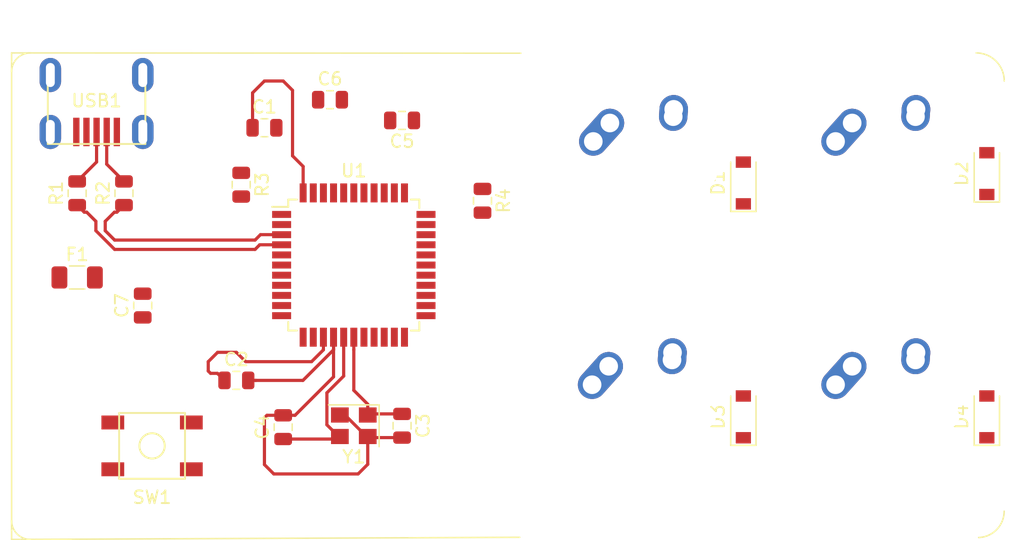
<source format=kicad_pcb>
(kicad_pcb (version 20171130) (host pcbnew "(5.1.4)-1")

  (general
    (thickness 1.6)
    (drawings 8)
    (tracks 71)
    (zones 0)
    (modules 24)
    (nets 49)
  )

  (page A4)
  (layers
    (0 F.Cu signal)
    (31 B.Cu signal)
    (32 B.Adhes user)
    (33 F.Adhes user)
    (34 B.Paste user)
    (35 F.Paste user)
    (36 B.SilkS user)
    (37 F.SilkS user)
    (38 B.Mask user)
    (39 F.Mask user)
    (40 Dwgs.User user)
    (41 Cmts.User user)
    (42 Eco1.User user)
    (43 Eco2.User user)
    (44 Edge.Cuts user)
    (45 Margin user)
    (46 B.CrtYd user)
    (47 F.CrtYd user)
    (48 B.Fab user)
    (49 F.Fab user)
  )

  (setup
    (last_trace_width 0.25)
    (trace_clearance 0.2)
    (zone_clearance 0.508)
    (zone_45_only no)
    (trace_min 0.2)
    (via_size 0.8)
    (via_drill 0.4)
    (via_min_size 0.4)
    (via_min_drill 0.3)
    (uvia_size 0.3)
    (uvia_drill 0.1)
    (uvias_allowed no)
    (uvia_min_size 0.2)
    (uvia_min_drill 0.1)
    (edge_width 0.05)
    (segment_width 0.2)
    (pcb_text_width 0.3)
    (pcb_text_size 1.5 1.5)
    (mod_edge_width 0.12)
    (mod_text_size 1 1)
    (mod_text_width 0.15)
    (pad_size 1.524 1.524)
    (pad_drill 0.762)
    (pad_to_mask_clearance 0.051)
    (solder_mask_min_width 0.25)
    (aux_axis_origin 0 0)
    (visible_elements FFFFFF7F)
    (pcbplotparams
      (layerselection 0x010fc_ffffffff)
      (usegerberextensions false)
      (usegerberattributes false)
      (usegerberadvancedattributes false)
      (creategerberjobfile false)
      (excludeedgelayer true)
      (linewidth 0.100000)
      (plotframeref false)
      (viasonmask false)
      (mode 1)
      (useauxorigin false)
      (hpglpennumber 1)
      (hpglpenspeed 20)
      (hpglpendiameter 15.000000)
      (psnegative false)
      (psa4output false)
      (plotreference true)
      (plotvalue true)
      (plotinvisibletext false)
      (padsonsilk false)
      (subtractmaskfromsilk false)
      (outputformat 1)
      (mirror false)
      (drillshape 1)
      (scaleselection 1)
      (outputdirectory ""))
  )

  (net 0 "")
  (net 1 GND)
  (net 2 +5V)
  (net 3 "Net-(C3-Pad1)")
  (net 4 "Net-(C4-Pad1)")
  (net 5 "Net-(C7-Pad1)")
  (net 6 "Net-(D1-Pad2)")
  (net 7 ROW0)
  (net 8 "Net-(D2-Pad2)")
  (net 9 ROW1)
  (net 10 "Net-(D3-Pad2)")
  (net 11 "Net-(D4-Pad2)")
  (net 12 VCC)
  (net 13 COL0)
  (net 14 COL1)
  (net 15 D+)
  (net 16 "Net-(R1-Pad1)")
  (net 17 D-)
  (net 18 "Net-(R2-Pad1)")
  (net 19 "Net-(R3-Pad2)")
  (net 20 "Net-(R4-Pad2)")
  (net 21 "Net-(U1-Pad42)")
  (net 22 "Net-(U1-Pad41)")
  (net 23 "Net-(U1-Pad40)")
  (net 24 "Net-(U1-Pad39)")
  (net 25 "Net-(U1-Pad38)")
  (net 26 "Net-(U1-Pad37)")
  (net 27 "Net-(U1-Pad36)")
  (net 28 "Net-(U1-Pad32)")
  (net 29 "Net-(U1-Pad31)")
  (net 30 "Net-(U1-Pad30)")
  (net 31 "Net-(U1-Pad29)")
  (net 32 "Net-(U1-Pad28)")
  (net 33 "Net-(U1-Pad27)")
  (net 34 "Net-(U1-Pad26)")
  (net 35 "Net-(U1-Pad25)")
  (net 36 "Net-(U1-Pad22)")
  (net 37 "Net-(U1-Pad21)")
  (net 38 "Net-(U1-Pad20)")
  (net 39 "Net-(U1-Pad19)")
  (net 40 "Net-(U1-Pad18)")
  (net 41 "Net-(U1-Pad12)")
  (net 42 "Net-(U1-Pad11)")
  (net 43 "Net-(U1-Pad10)")
  (net 44 "Net-(U1-Pad9)")
  (net 45 "Net-(U1-Pad8)")
  (net 46 "Net-(U1-Pad1)")
  (net 47 "Net-(USB1-Pad6)")
  (net 48 "Net-(USB1-Pad2)")

  (net_class Default "This is the default net class."
    (clearance 0.2)
    (trace_width 0.25)
    (via_dia 0.8)
    (via_drill 0.4)
    (uvia_dia 0.3)
    (uvia_drill 0.1)
    (add_net +5V)
    (add_net COL0)
    (add_net COL1)
    (add_net D+)
    (add_net D-)
    (add_net GND)
    (add_net "Net-(C3-Pad1)")
    (add_net "Net-(C4-Pad1)")
    (add_net "Net-(C7-Pad1)")
    (add_net "Net-(D1-Pad2)")
    (add_net "Net-(D2-Pad2)")
    (add_net "Net-(D3-Pad2)")
    (add_net "Net-(D4-Pad2)")
    (add_net "Net-(R1-Pad1)")
    (add_net "Net-(R2-Pad1)")
    (add_net "Net-(R3-Pad2)")
    (add_net "Net-(R4-Pad2)")
    (add_net "Net-(U1-Pad1)")
    (add_net "Net-(U1-Pad10)")
    (add_net "Net-(U1-Pad11)")
    (add_net "Net-(U1-Pad12)")
    (add_net "Net-(U1-Pad18)")
    (add_net "Net-(U1-Pad19)")
    (add_net "Net-(U1-Pad20)")
    (add_net "Net-(U1-Pad21)")
    (add_net "Net-(U1-Pad22)")
    (add_net "Net-(U1-Pad25)")
    (add_net "Net-(U1-Pad26)")
    (add_net "Net-(U1-Pad27)")
    (add_net "Net-(U1-Pad28)")
    (add_net "Net-(U1-Pad29)")
    (add_net "Net-(U1-Pad30)")
    (add_net "Net-(U1-Pad31)")
    (add_net "Net-(U1-Pad32)")
    (add_net "Net-(U1-Pad36)")
    (add_net "Net-(U1-Pad37)")
    (add_net "Net-(U1-Pad38)")
    (add_net "Net-(U1-Pad39)")
    (add_net "Net-(U1-Pad40)")
    (add_net "Net-(U1-Pad41)")
    (add_net "Net-(U1-Pad42)")
    (add_net "Net-(U1-Pad8)")
    (add_net "Net-(U1-Pad9)")
    (add_net "Net-(USB1-Pad2)")
    (add_net "Net-(USB1-Pad6)")
    (add_net ROW0)
    (add_net ROW1)
    (add_net VCC)
  )

  (net_class Power ""
    (clearance 0.2)
    (trace_width 0.381)
    (via_dia 0.8)
    (via_drill 0.4)
    (uvia_dia 0.3)
    (uvia_drill 0.1)
  )

  (module Crystal:Crystal_SMD_3225-4Pin_3.2x2.5mm (layer F.Cu) (tedit 5A0FD1B2) (tstamp 695B1CE7)
    (at 137.925 106.358125 180)
    (descr "SMD Crystal SERIES SMD3225/4 http://www.txccrystal.com/images/pdf/7m-accuracy.pdf, 3.2x2.5mm^2 package")
    (tags "SMD SMT crystal")
    (path /695C2E43)
    (attr smd)
    (fp_text reference Y1 (at 0 -2.45) (layer F.SilkS)
      (effects (font (size 1 1) (thickness 0.15)))
    )
    (fp_text value 16MHz (at 0 2.45) (layer F.Fab)
      (effects (font (size 1 1) (thickness 0.15)))
    )
    (fp_line (start 2.1 -1.7) (end -2.1 -1.7) (layer F.CrtYd) (width 0.05))
    (fp_line (start 2.1 1.7) (end 2.1 -1.7) (layer F.CrtYd) (width 0.05))
    (fp_line (start -2.1 1.7) (end 2.1 1.7) (layer F.CrtYd) (width 0.05))
    (fp_line (start -2.1 -1.7) (end -2.1 1.7) (layer F.CrtYd) (width 0.05))
    (fp_line (start -2 1.65) (end 2 1.65) (layer F.SilkS) (width 0.12))
    (fp_line (start -2 -1.65) (end -2 1.65) (layer F.SilkS) (width 0.12))
    (fp_line (start -1.6 0.25) (end -0.6 1.25) (layer F.Fab) (width 0.1))
    (fp_line (start 1.6 -1.25) (end -1.6 -1.25) (layer F.Fab) (width 0.1))
    (fp_line (start 1.6 1.25) (end 1.6 -1.25) (layer F.Fab) (width 0.1))
    (fp_line (start -1.6 1.25) (end 1.6 1.25) (layer F.Fab) (width 0.1))
    (fp_line (start -1.6 -1.25) (end -1.6 1.25) (layer F.Fab) (width 0.1))
    (fp_text user %R (at 0 0) (layer F.Fab)
      (effects (font (size 0.7 0.7) (thickness 0.105)))
    )
    (pad 4 smd rect (at -1.1 -0.85 180) (size 1.4 1.2) (layers F.Cu F.Paste F.Mask)
      (net 1 GND))
    (pad 3 smd rect (at 1.1 -0.85 180) (size 1.4 1.2) (layers F.Cu F.Paste F.Mask)
      (net 4 "Net-(C4-Pad1)"))
    (pad 2 smd rect (at 1.1 0.85 180) (size 1.4 1.2) (layers F.Cu F.Paste F.Mask)
      (net 1 GND))
    (pad 1 smd rect (at -1.1 0.85 180) (size 1.4 1.2) (layers F.Cu F.Paste F.Mask)
      (net 3 "Net-(C3-Pad1)"))
    (model ${KISYS3DMOD}/Crystal.3dshapes/Crystal_SMD_3225-4Pin_3.2x2.5mm.wrl
      (at (xyz 0 0 0))
      (scale (xyz 1 1 1))
      (rotate (xyz 0 0 0))
    )
  )

  (module random-keyboard-parts:Molex-0548190589 (layer F.Cu) (tedit 5C494815) (tstamp 695B1CD3)
    (at 117.615649 78.640405 270)
    (path /695D5714)
    (attr smd)
    (fp_text reference USB1 (at 2.032 0) (layer F.SilkS)
      (effects (font (size 1 1) (thickness 0.15)))
    )
    (fp_text value Molex-0548190589 (at -5.08 0) (layer Dwgs.User)
      (effects (font (size 1 1) (thickness 0.15)))
    )
    (fp_text user %R (at 2 0) (layer F.CrtYd)
      (effects (font (size 1 1) (thickness 0.15)))
    )
    (fp_line (start 3.25 -1.25) (end 5.5 -1.25) (layer F.CrtYd) (width 0.15))
    (fp_line (start 5.5 -0.5) (end 3.25 -0.5) (layer F.CrtYd) (width 0.15))
    (fp_line (start 3.25 0.5) (end 5.5 0.5) (layer F.CrtYd) (width 0.15))
    (fp_line (start 5.5 1.25) (end 3.25 1.25) (layer F.CrtYd) (width 0.15))
    (fp_line (start 3.25 2) (end 5.5 2) (layer F.CrtYd) (width 0.15))
    (fp_line (start 3.25 -2) (end 3.25 2) (layer F.CrtYd) (width 0.15))
    (fp_line (start 5.5 -2) (end 3.25 -2) (layer F.CrtYd) (width 0.15))
    (fp_line (start -3.75 3.75) (end -3.75 -3.75) (layer F.CrtYd) (width 0.15))
    (fp_line (start 5.5 3.75) (end -3.75 3.75) (layer F.CrtYd) (width 0.15))
    (fp_line (start 5.5 -3.75) (end 5.5 3.75) (layer F.CrtYd) (width 0.15))
    (fp_line (start -3.75 -3.75) (end 5.5 -3.75) (layer F.CrtYd) (width 0.15))
    (fp_line (start 0 -3.85) (end 5.45 -3.85) (layer F.SilkS) (width 0.15))
    (fp_line (start 0 3.85) (end 5.45 3.85) (layer F.SilkS) (width 0.15))
    (fp_line (start 5.45 -3.85) (end 5.45 3.85) (layer F.SilkS) (width 0.15))
    (fp_line (start -3.75 -3.85) (end 0 -3.85) (layer Dwgs.User) (width 0.15))
    (fp_line (start -3.75 3.85) (end 0 3.85) (layer Dwgs.User) (width 0.15))
    (fp_line (start -1.75 -4.572) (end -1.75 4.572) (layer Dwgs.User) (width 0.15))
    (fp_line (start -3.75 -3.85) (end -3.75 3.85) (layer Dwgs.User) (width 0.15))
    (pad 6 thru_hole oval (at 0 -3.65 270) (size 2.7 1.7) (drill oval 1.9 0.7) (layers *.Cu *.Mask)
      (net 47 "Net-(USB1-Pad6)"))
    (pad 6 thru_hole oval (at 0 3.65 270) (size 2.7 1.7) (drill oval 1.9 0.7) (layers *.Cu *.Mask)
      (net 47 "Net-(USB1-Pad6)"))
    (pad 6 thru_hole oval (at 4.5 3.65 270) (size 2.7 1.7) (drill oval 1.9 0.7) (layers *.Cu *.Mask)
      (net 47 "Net-(USB1-Pad6)"))
    (pad 6 thru_hole oval (at 4.5 -3.65 270) (size 2.7 1.7) (drill oval 1.9 0.7) (layers *.Cu *.Mask)
      (net 47 "Net-(USB1-Pad6)"))
    (pad 5 smd rect (at 4.5 -1.6 270) (size 2.25 0.5) (layers F.Cu F.Paste F.Mask)
      (net 12 VCC))
    (pad 4 smd rect (at 4.5 -0.8 270) (size 2.25 0.5) (layers F.Cu F.Paste F.Mask)
      (net 17 D-))
    (pad 3 smd rect (at 4.5 0 270) (size 2.25 0.5) (layers F.Cu F.Paste F.Mask)
      (net 15 D+))
    (pad 2 smd rect (at 4.5 0.8 270) (size 2.25 0.5) (layers F.Cu F.Paste F.Mask)
      (net 48 "Net-(USB1-Pad2)"))
    (pad 1 smd rect (at 4.5 1.6 270) (size 2.25 0.5) (layers F.Cu F.Paste F.Mask)
      (net 1 GND))
  )

  (module Package_QFP:TQFP-44_10x10mm_P0.8mm (layer F.Cu) (tedit 5A02F146) (tstamp 695B2E0D)
    (at 137.925 93.658125)
    (descr "44-Lead Plastic Thin Quad Flatpack (PT) - 10x10x1.0 mm Body [TQFP] (see Microchip Packaging Specification 00000049BS.pdf)")
    (tags "QFP 0.8")
    (path /695AB2BF)
    (attr smd)
    (fp_text reference U1 (at 0 -7.45) (layer F.SilkS)
      (effects (font (size 1 1) (thickness 0.15)))
    )
    (fp_text value ATmega32U4-AU (at 0 7.45) (layer F.Fab)
      (effects (font (size 1 1) (thickness 0.15)))
    )
    (fp_line (start -5.175 -4.6) (end -6.45 -4.6) (layer F.SilkS) (width 0.15))
    (fp_line (start 5.175 -5.175) (end 4.5 -5.175) (layer F.SilkS) (width 0.15))
    (fp_line (start 5.175 5.175) (end 4.5 5.175) (layer F.SilkS) (width 0.15))
    (fp_line (start -5.175 5.175) (end -4.5 5.175) (layer F.SilkS) (width 0.15))
    (fp_line (start -5.175 -5.175) (end -4.5 -5.175) (layer F.SilkS) (width 0.15))
    (fp_line (start -5.175 5.175) (end -5.175 4.5) (layer F.SilkS) (width 0.15))
    (fp_line (start 5.175 5.175) (end 5.175 4.5) (layer F.SilkS) (width 0.15))
    (fp_line (start 5.175 -5.175) (end 5.175 -4.5) (layer F.SilkS) (width 0.15))
    (fp_line (start -5.175 -5.175) (end -5.175 -4.6) (layer F.SilkS) (width 0.15))
    (fp_line (start -6.7 6.7) (end 6.7 6.7) (layer F.CrtYd) (width 0.05))
    (fp_line (start -6.7 -6.7) (end 6.7 -6.7) (layer F.CrtYd) (width 0.05))
    (fp_line (start 6.7 -6.7) (end 6.7 6.7) (layer F.CrtYd) (width 0.05))
    (fp_line (start -6.7 -6.7) (end -6.7 6.7) (layer F.CrtYd) (width 0.05))
    (fp_line (start -5 -4) (end -4 -5) (layer F.Fab) (width 0.15))
    (fp_line (start -5 5) (end -5 -4) (layer F.Fab) (width 0.15))
    (fp_line (start 5 5) (end -5 5) (layer F.Fab) (width 0.15))
    (fp_line (start 5 -5) (end 5 5) (layer F.Fab) (width 0.15))
    (fp_line (start -4 -5) (end 5 -5) (layer F.Fab) (width 0.15))
    (fp_text user %R (at 0 0) (layer F.Fab)
      (effects (font (size 1 1) (thickness 0.15)))
    )
    (pad 44 smd rect (at -4 -5.7 90) (size 1.5 0.55) (layers F.Cu F.Paste F.Mask)
      (net 2 +5V))
    (pad 43 smd rect (at -3.2 -5.7 90) (size 1.5 0.55) (layers F.Cu F.Paste F.Mask)
      (net 1 GND))
    (pad 42 smd rect (at -2.4 -5.7 90) (size 1.5 0.55) (layers F.Cu F.Paste F.Mask)
      (net 21 "Net-(U1-Pad42)"))
    (pad 41 smd rect (at -1.6 -5.7 90) (size 1.5 0.55) (layers F.Cu F.Paste F.Mask)
      (net 22 "Net-(U1-Pad41)"))
    (pad 40 smd rect (at -0.8 -5.7 90) (size 1.5 0.55) (layers F.Cu F.Paste F.Mask)
      (net 23 "Net-(U1-Pad40)"))
    (pad 39 smd rect (at 0 -5.7 90) (size 1.5 0.55) (layers F.Cu F.Paste F.Mask)
      (net 24 "Net-(U1-Pad39)"))
    (pad 38 smd rect (at 0.8 -5.7 90) (size 1.5 0.55) (layers F.Cu F.Paste F.Mask)
      (net 25 "Net-(U1-Pad38)"))
    (pad 37 smd rect (at 1.6 -5.7 90) (size 1.5 0.55) (layers F.Cu F.Paste F.Mask)
      (net 26 "Net-(U1-Pad37)"))
    (pad 36 smd rect (at 2.4 -5.7 90) (size 1.5 0.55) (layers F.Cu F.Paste F.Mask)
      (net 27 "Net-(U1-Pad36)"))
    (pad 35 smd rect (at 3.2 -5.7 90) (size 1.5 0.55) (layers F.Cu F.Paste F.Mask)
      (net 1 GND))
    (pad 34 smd rect (at 4 -5.7 90) (size 1.5 0.55) (layers F.Cu F.Paste F.Mask)
      (net 2 +5V))
    (pad 33 smd rect (at 5.7 -4) (size 1.5 0.55) (layers F.Cu F.Paste F.Mask)
      (net 20 "Net-(R4-Pad2)"))
    (pad 32 smd rect (at 5.7 -3.2) (size 1.5 0.55) (layers F.Cu F.Paste F.Mask)
      (net 28 "Net-(U1-Pad32)"))
    (pad 31 smd rect (at 5.7 -2.4) (size 1.5 0.55) (layers F.Cu F.Paste F.Mask)
      (net 29 "Net-(U1-Pad31)"))
    (pad 30 smd rect (at 5.7 -1.6) (size 1.5 0.55) (layers F.Cu F.Paste F.Mask)
      (net 30 "Net-(U1-Pad30)"))
    (pad 29 smd rect (at 5.7 -0.8) (size 1.5 0.55) (layers F.Cu F.Paste F.Mask)
      (net 31 "Net-(U1-Pad29)"))
    (pad 28 smd rect (at 5.7 0) (size 1.5 0.55) (layers F.Cu F.Paste F.Mask)
      (net 32 "Net-(U1-Pad28)"))
    (pad 27 smd rect (at 5.7 0.8) (size 1.5 0.55) (layers F.Cu F.Paste F.Mask)
      (net 33 "Net-(U1-Pad27)"))
    (pad 26 smd rect (at 5.7 1.6) (size 1.5 0.55) (layers F.Cu F.Paste F.Mask)
      (net 34 "Net-(U1-Pad26)"))
    (pad 25 smd rect (at 5.7 2.4) (size 1.5 0.55) (layers F.Cu F.Paste F.Mask)
      (net 35 "Net-(U1-Pad25)"))
    (pad 24 smd rect (at 5.7 3.2) (size 1.5 0.55) (layers F.Cu F.Paste F.Mask)
      (net 2 +5V))
    (pad 23 smd rect (at 5.7 4) (size 1.5 0.55) (layers F.Cu F.Paste F.Mask)
      (net 1 GND))
    (pad 22 smd rect (at 4 5.7 90) (size 1.5 0.55) (layers F.Cu F.Paste F.Mask)
      (net 36 "Net-(U1-Pad22)"))
    (pad 21 smd rect (at 3.2 5.7 90) (size 1.5 0.55) (layers F.Cu F.Paste F.Mask)
      (net 37 "Net-(U1-Pad21)"))
    (pad 20 smd rect (at 2.4 5.7 90) (size 1.5 0.55) (layers F.Cu F.Paste F.Mask)
      (net 38 "Net-(U1-Pad20)"))
    (pad 19 smd rect (at 1.6 5.7 90) (size 1.5 0.55) (layers F.Cu F.Paste F.Mask)
      (net 39 "Net-(U1-Pad19)"))
    (pad 18 smd rect (at 0.8 5.7 90) (size 1.5 0.55) (layers F.Cu F.Paste F.Mask)
      (net 40 "Net-(U1-Pad18)"))
    (pad 17 smd rect (at 0 5.7 90) (size 1.5 0.55) (layers F.Cu F.Paste F.Mask)
      (net 3 "Net-(C3-Pad1)"))
    (pad 16 smd rect (at -0.8 5.7 90) (size 1.5 0.55) (layers F.Cu F.Paste F.Mask)
      (net 4 "Net-(C4-Pad1)"))
    (pad 15 smd rect (at -1.6 5.7 90) (size 1.5 0.55) (layers F.Cu F.Paste F.Mask)
      (net 1 GND))
    (pad 14 smd rect (at -2.4 5.7 90) (size 1.5 0.55) (layers F.Cu F.Paste F.Mask)
      (net 2 +5V))
    (pad 13 smd rect (at -3.2 5.7 90) (size 1.5 0.55) (layers F.Cu F.Paste F.Mask)
      (net 19 "Net-(R3-Pad2)"))
    (pad 12 smd rect (at -4 5.7 90) (size 1.5 0.55) (layers F.Cu F.Paste F.Mask)
      (net 41 "Net-(U1-Pad12)"))
    (pad 11 smd rect (at -5.7 4) (size 1.5 0.55) (layers F.Cu F.Paste F.Mask)
      (net 42 "Net-(U1-Pad11)"))
    (pad 10 smd rect (at -5.7 3.2) (size 1.5 0.55) (layers F.Cu F.Paste F.Mask)
      (net 43 "Net-(U1-Pad10)"))
    (pad 9 smd rect (at -5.7 2.4) (size 1.5 0.55) (layers F.Cu F.Paste F.Mask)
      (net 44 "Net-(U1-Pad9)"))
    (pad 8 smd rect (at -5.7 1.6) (size 1.5 0.55) (layers F.Cu F.Paste F.Mask)
      (net 45 "Net-(U1-Pad8)"))
    (pad 7 smd rect (at -5.7 0.8) (size 1.5 0.55) (layers F.Cu F.Paste F.Mask)
      (net 2 +5V))
    (pad 6 smd rect (at -5.7 0) (size 1.5 0.55) (layers F.Cu F.Paste F.Mask)
      (net 5 "Net-(C7-Pad1)"))
    (pad 5 smd rect (at -5.7 -0.8) (size 1.5 0.55) (layers F.Cu F.Paste F.Mask)
      (net 1 GND))
    (pad 4 smd rect (at -5.7 -1.6) (size 1.5 0.55) (layers F.Cu F.Paste F.Mask)
      (net 16 "Net-(R1-Pad1)"))
    (pad 3 smd rect (at -5.7 -2.4) (size 1.5 0.55) (layers F.Cu F.Paste F.Mask)
      (net 18 "Net-(R2-Pad1)"))
    (pad 2 smd rect (at -5.7 -3.2) (size 1.5 0.55) (layers F.Cu F.Paste F.Mask)
      (net 2 +5V))
    (pad 1 smd rect (at -5.7 -4) (size 1.5 0.55) (layers F.Cu F.Paste F.Mask)
      (net 46 "Net-(U1-Pad1)"))
    (model ${KISYS3DMOD}/Package_QFP.3dshapes/TQFP-44_10x10mm_P0.8mm.wrl
      (at (xyz 0 0 0))
      (scale (xyz 1 1 1))
      (rotate (xyz 0 0 0))
    )
  )

  (module random-keyboard-parts:SKQG-1155865 (layer F.Cu) (tedit 5E62B398) (tstamp 695B1C70)
    (at 121.996875 107.94875)
    (path /695CC344)
    (attr smd)
    (fp_text reference SW1 (at 0 4.064) (layer F.SilkS)
      (effects (font (size 1 1) (thickness 0.15)))
    )
    (fp_text value SW_Push (at 0 -4.064) (layer F.Fab)
      (effects (font (size 1 1) (thickness 0.15)))
    )
    (fp_line (start -2.6 -2.6) (end 2.6 -2.6) (layer F.SilkS) (width 0.15))
    (fp_line (start 2.6 -2.6) (end 2.6 2.6) (layer F.SilkS) (width 0.15))
    (fp_line (start 2.6 2.6) (end -2.6 2.6) (layer F.SilkS) (width 0.15))
    (fp_line (start -2.6 2.6) (end -2.6 -2.6) (layer F.SilkS) (width 0.15))
    (fp_circle (center 0 0) (end 1 0) (layer F.SilkS) (width 0.15))
    (fp_line (start -4.2 -2.6) (end 4.2 -2.6) (layer F.Fab) (width 0.15))
    (fp_line (start 4.2 -2.6) (end 4.2 -1.2) (layer F.Fab) (width 0.15))
    (fp_line (start 4.2 -1.1) (end 2.6 -1.1) (layer F.Fab) (width 0.15))
    (fp_line (start 2.6 -1.1) (end 2.6 1.1) (layer F.Fab) (width 0.15))
    (fp_line (start 2.6 1.1) (end 4.2 1.1) (layer F.Fab) (width 0.15))
    (fp_line (start 4.2 1.1) (end 4.2 2.6) (layer F.Fab) (width 0.15))
    (fp_line (start 4.2 2.6) (end -4.2 2.6) (layer F.Fab) (width 0.15))
    (fp_line (start -4.2 2.6) (end -4.2 1.1) (layer F.Fab) (width 0.15))
    (fp_line (start -4.2 1.1) (end -2.6 1.1) (layer F.Fab) (width 0.15))
    (fp_line (start -2.6 1.1) (end -2.6 -1.1) (layer F.Fab) (width 0.15))
    (fp_line (start -2.6 -1.1) (end -4.2 -1.1) (layer F.Fab) (width 0.15))
    (fp_line (start -4.2 -1.1) (end -4.2 -2.6) (layer F.Fab) (width 0.15))
    (fp_circle (center 0 0) (end 1 0) (layer F.Fab) (width 0.15))
    (fp_line (start -2.6 -1.1) (end -1.1 -2.6) (layer F.Fab) (width 0.15))
    (fp_line (start 2.6 -1.1) (end 1.1 -2.6) (layer F.Fab) (width 0.15))
    (fp_line (start 2.6 1.1) (end 1.1 2.6) (layer F.Fab) (width 0.15))
    (fp_line (start -2.6 1.1) (end -1.1 2.6) (layer F.Fab) (width 0.15))
    (pad 4 smd rect (at -3.1 1.85) (size 1.8 1.1) (layers F.Cu F.Paste F.Mask))
    (pad 3 smd rect (at 3.1 -1.85) (size 1.8 1.1) (layers F.Cu F.Paste F.Mask))
    (pad 2 smd rect (at -3.1 -1.85) (size 1.8 1.1) (layers F.Cu F.Paste F.Mask)
      (net 19 "Net-(R3-Pad2)"))
    (pad 1 smd rect (at 3.1 1.85) (size 1.8 1.1) (layers F.Cu F.Paste F.Mask)
      (net 1 GND))
    (model ${KISYS3DMOD}/Button_Switch_SMD.3dshapes/SW_SPST_TL3342.step
      (at (xyz 0 0 0))
      (scale (xyz 1 1 1))
      (rotate (xyz 0 0 0))
    )
  )

  (module Resistor_SMD:R_0805_2012Metric (layer F.Cu) (tedit 5B36C52B) (tstamp 695B3437)
    (at 148.085 88.578125 270)
    (descr "Resistor SMD 0805 (2012 Metric), square (rectangular) end terminal, IPC_7351 nominal, (Body size source: https://docs.google.com/spreadsheets/d/1BsfQQcO9C6DZCsRaXUlFlo91Tg2WpOkGARC1WS5S8t0/edit?usp=sharing), generated with kicad-footprint-generator")
    (tags resistor)
    (path /695B3DCF)
    (attr smd)
    (fp_text reference R4 (at 0 -1.65 90) (layer F.SilkS)
      (effects (font (size 1 1) (thickness 0.15)))
    )
    (fp_text value 10k (at 0 1.65 90) (layer F.Fab)
      (effects (font (size 1 1) (thickness 0.15)))
    )
    (fp_text user %R (at 0 0 90) (layer F.Fab)
      (effects (font (size 0.5 0.5) (thickness 0.08)))
    )
    (fp_line (start 1.68 0.95) (end -1.68 0.95) (layer F.CrtYd) (width 0.05))
    (fp_line (start 1.68 -0.95) (end 1.68 0.95) (layer F.CrtYd) (width 0.05))
    (fp_line (start -1.68 -0.95) (end 1.68 -0.95) (layer F.CrtYd) (width 0.05))
    (fp_line (start -1.68 0.95) (end -1.68 -0.95) (layer F.CrtYd) (width 0.05))
    (fp_line (start -0.258578 0.71) (end 0.258578 0.71) (layer F.SilkS) (width 0.12))
    (fp_line (start -0.258578 -0.71) (end 0.258578 -0.71) (layer F.SilkS) (width 0.12))
    (fp_line (start 1 0.6) (end -1 0.6) (layer F.Fab) (width 0.1))
    (fp_line (start 1 -0.6) (end 1 0.6) (layer F.Fab) (width 0.1))
    (fp_line (start -1 -0.6) (end 1 -0.6) (layer F.Fab) (width 0.1))
    (fp_line (start -1 0.6) (end -1 -0.6) (layer F.Fab) (width 0.1))
    (pad 2 smd roundrect (at 0.9375 0 270) (size 0.975 1.4) (layers F.Cu F.Paste F.Mask) (roundrect_rratio 0.25)
      (net 20 "Net-(R4-Pad2)"))
    (pad 1 smd roundrect (at -0.9375 0 270) (size 0.975 1.4) (layers F.Cu F.Paste F.Mask) (roundrect_rratio 0.25)
      (net 1 GND))
    (model ${KISYS3DMOD}/Resistor_SMD.3dshapes/R_0805_2012Metric.wrl
      (at (xyz 0 0 0))
      (scale (xyz 1 1 1))
      (rotate (xyz 0 0 0))
    )
  )

  (module Resistor_SMD:R_0805_2012Metric (layer F.Cu) (tedit 5B36C52B) (tstamp 695B1C41)
    (at 129.035 87.308125 270)
    (descr "Resistor SMD 0805 (2012 Metric), square (rectangular) end terminal, IPC_7351 nominal, (Body size source: https://docs.google.com/spreadsheets/d/1BsfQQcO9C6DZCsRaXUlFlo91Tg2WpOkGARC1WS5S8t0/edit?usp=sharing), generated with kicad-footprint-generator")
    (tags resistor)
    (path /695CFFB8)
    (attr smd)
    (fp_text reference R3 (at 0 -1.65 90) (layer F.SilkS)
      (effects (font (size 1 1) (thickness 0.15)))
    )
    (fp_text value 10k (at 0 1.65 90) (layer F.Fab)
      (effects (font (size 1 1) (thickness 0.15)))
    )
    (fp_text user %R (at 0 0 90) (layer F.Fab)
      (effects (font (size 0.5 0.5) (thickness 0.08)))
    )
    (fp_line (start 1.68 0.95) (end -1.68 0.95) (layer F.CrtYd) (width 0.05))
    (fp_line (start 1.68 -0.95) (end 1.68 0.95) (layer F.CrtYd) (width 0.05))
    (fp_line (start -1.68 -0.95) (end 1.68 -0.95) (layer F.CrtYd) (width 0.05))
    (fp_line (start -1.68 0.95) (end -1.68 -0.95) (layer F.CrtYd) (width 0.05))
    (fp_line (start -0.258578 0.71) (end 0.258578 0.71) (layer F.SilkS) (width 0.12))
    (fp_line (start -0.258578 -0.71) (end 0.258578 -0.71) (layer F.SilkS) (width 0.12))
    (fp_line (start 1 0.6) (end -1 0.6) (layer F.Fab) (width 0.1))
    (fp_line (start 1 -0.6) (end 1 0.6) (layer F.Fab) (width 0.1))
    (fp_line (start -1 -0.6) (end 1 -0.6) (layer F.Fab) (width 0.1))
    (fp_line (start -1 0.6) (end -1 -0.6) (layer F.Fab) (width 0.1))
    (pad 2 smd roundrect (at 0.9375 0 270) (size 0.975 1.4) (layers F.Cu F.Paste F.Mask) (roundrect_rratio 0.25)
      (net 19 "Net-(R3-Pad2)"))
    (pad 1 smd roundrect (at -0.9375 0 270) (size 0.975 1.4) (layers F.Cu F.Paste F.Mask) (roundrect_rratio 0.25)
      (net 2 +5V))
    (model ${KISYS3DMOD}/Resistor_SMD.3dshapes/R_0805_2012Metric.wrl
      (at (xyz 0 0 0))
      (scale (xyz 1 1 1))
      (rotate (xyz 0 0 0))
    )
  )

  (module Resistor_SMD:R_0805_2012Metric (layer F.Cu) (tedit 5B36C52B) (tstamp 695B1C30)
    (at 119.77875 87.985625 90)
    (descr "Resistor SMD 0805 (2012 Metric), square (rectangular) end terminal, IPC_7351 nominal, (Body size source: https://docs.google.com/spreadsheets/d/1BsfQQcO9C6DZCsRaXUlFlo91Tg2WpOkGARC1WS5S8t0/edit?usp=sharing), generated with kicad-footprint-generator")
    (tags resistor)
    (path /695B7B41)
    (attr smd)
    (fp_text reference R2 (at 0 -1.65 90) (layer F.SilkS)
      (effects (font (size 1 1) (thickness 0.15)))
    )
    (fp_text value 22 (at 0 1.65 90) (layer F.Fab)
      (effects (font (size 1 1) (thickness 0.15)))
    )
    (fp_text user %R (at 0 0 90) (layer F.Fab)
      (effects (font (size 0.5 0.5) (thickness 0.08)))
    )
    (fp_line (start 1.68 0.95) (end -1.68 0.95) (layer F.CrtYd) (width 0.05))
    (fp_line (start 1.68 -0.95) (end 1.68 0.95) (layer F.CrtYd) (width 0.05))
    (fp_line (start -1.68 -0.95) (end 1.68 -0.95) (layer F.CrtYd) (width 0.05))
    (fp_line (start -1.68 0.95) (end -1.68 -0.95) (layer F.CrtYd) (width 0.05))
    (fp_line (start -0.258578 0.71) (end 0.258578 0.71) (layer F.SilkS) (width 0.12))
    (fp_line (start -0.258578 -0.71) (end 0.258578 -0.71) (layer F.SilkS) (width 0.12))
    (fp_line (start 1 0.6) (end -1 0.6) (layer F.Fab) (width 0.1))
    (fp_line (start 1 -0.6) (end 1 0.6) (layer F.Fab) (width 0.1))
    (fp_line (start -1 -0.6) (end 1 -0.6) (layer F.Fab) (width 0.1))
    (fp_line (start -1 0.6) (end -1 -0.6) (layer F.Fab) (width 0.1))
    (pad 2 smd roundrect (at 0.9375 0 90) (size 0.975 1.4) (layers F.Cu F.Paste F.Mask) (roundrect_rratio 0.25)
      (net 17 D-))
    (pad 1 smd roundrect (at -0.9375 0 90) (size 0.975 1.4) (layers F.Cu F.Paste F.Mask) (roundrect_rratio 0.25)
      (net 18 "Net-(R2-Pad1)"))
    (model ${KISYS3DMOD}/Resistor_SMD.3dshapes/R_0805_2012Metric.wrl
      (at (xyz 0 0 0))
      (scale (xyz 1 1 1))
      (rotate (xyz 0 0 0))
    )
  )

  (module Resistor_SMD:R_0805_2012Metric (layer F.Cu) (tedit 5B36C52B) (tstamp 695B1C1F)
    (at 116.081875 87.985625 90)
    (descr "Resistor SMD 0805 (2012 Metric), square (rectangular) end terminal, IPC_7351 nominal, (Body size source: https://docs.google.com/spreadsheets/d/1BsfQQcO9C6DZCsRaXUlFlo91Tg2WpOkGARC1WS5S8t0/edit?usp=sharing), generated with kicad-footprint-generator")
    (tags resistor)
    (path /695B7447)
    (attr smd)
    (fp_text reference R1 (at 0 -1.65 90) (layer F.SilkS)
      (effects (font (size 1 1) (thickness 0.15)))
    )
    (fp_text value 22 (at 0 1.65 90) (layer F.Fab)
      (effects (font (size 1 1) (thickness 0.15)))
    )
    (fp_text user %R (at 0 0 90) (layer F.Fab)
      (effects (font (size 0.5 0.5) (thickness 0.08)))
    )
    (fp_line (start 1.68 0.95) (end -1.68 0.95) (layer F.CrtYd) (width 0.05))
    (fp_line (start 1.68 -0.95) (end 1.68 0.95) (layer F.CrtYd) (width 0.05))
    (fp_line (start -1.68 -0.95) (end 1.68 -0.95) (layer F.CrtYd) (width 0.05))
    (fp_line (start -1.68 0.95) (end -1.68 -0.95) (layer F.CrtYd) (width 0.05))
    (fp_line (start -0.258578 0.71) (end 0.258578 0.71) (layer F.SilkS) (width 0.12))
    (fp_line (start -0.258578 -0.71) (end 0.258578 -0.71) (layer F.SilkS) (width 0.12))
    (fp_line (start 1 0.6) (end -1 0.6) (layer F.Fab) (width 0.1))
    (fp_line (start 1 -0.6) (end 1 0.6) (layer F.Fab) (width 0.1))
    (fp_line (start -1 -0.6) (end 1 -0.6) (layer F.Fab) (width 0.1))
    (fp_line (start -1 0.6) (end -1 -0.6) (layer F.Fab) (width 0.1))
    (pad 2 smd roundrect (at 0.9375 0 90) (size 0.975 1.4) (layers F.Cu F.Paste F.Mask) (roundrect_rratio 0.25)
      (net 15 D+))
    (pad 1 smd roundrect (at -0.9375 0 90) (size 0.975 1.4) (layers F.Cu F.Paste F.Mask) (roundrect_rratio 0.25)
      (net 16 "Net-(R1-Pad1)"))
    (model ${KISYS3DMOD}/Resistor_SMD.3dshapes/R_0805_2012Metric.wrl
      (at (xyz 0 0 0))
      (scale (xyz 1 1 1))
      (rotate (xyz 0 0 0))
    )
  )

  (module MX_Alps_Hybrid:MX-1U-NoLED (layer F.Cu) (tedit 5A9F5203) (tstamp 695B1C0E)
    (at 179.771701 105.656257)
    (path /695E7012)
    (fp_text reference MX4 (at 0 3.175) (layer Dwgs.User)
      (effects (font (size 1 1) (thickness 0.15)))
    )
    (fp_text value MX-NoLED (at 0 -7.9375) (layer Dwgs.User)
      (effects (font (size 1 1) (thickness 0.15)))
    )
    (fp_line (start -9.525 9.525) (end -9.525 -9.525) (layer Dwgs.User) (width 0.15))
    (fp_line (start 9.525 9.525) (end -9.525 9.525) (layer Dwgs.User) (width 0.15))
    (fp_line (start 9.525 -9.525) (end 9.525 9.525) (layer Dwgs.User) (width 0.15))
    (fp_line (start -9.525 -9.525) (end 9.525 -9.525) (layer Dwgs.User) (width 0.15))
    (fp_line (start -7 -7) (end -7 -5) (layer Dwgs.User) (width 0.15))
    (fp_line (start -5 -7) (end -7 -7) (layer Dwgs.User) (width 0.15))
    (fp_line (start -7 7) (end -5 7) (layer Dwgs.User) (width 0.15))
    (fp_line (start -7 5) (end -7 7) (layer Dwgs.User) (width 0.15))
    (fp_line (start 7 7) (end 7 5) (layer Dwgs.User) (width 0.15))
    (fp_line (start 5 7) (end 7 7) (layer Dwgs.User) (width 0.15))
    (fp_line (start 7 -7) (end 7 -5) (layer Dwgs.User) (width 0.15))
    (fp_line (start 5 -7) (end 7 -7) (layer Dwgs.User) (width 0.15))
    (pad "" np_thru_hole circle (at 5.08 0 48.0996) (size 1.75 1.75) (drill 1.75) (layers *.Cu *.Mask))
    (pad "" np_thru_hole circle (at -5.08 0 48.0996) (size 1.75 1.75) (drill 1.75) (layers *.Cu *.Mask))
    (pad 1 thru_hole circle (at -2.5 -4) (size 2.25 2.25) (drill 1.47) (layers *.Cu B.Mask)
      (net 14 COL1))
    (pad "" np_thru_hole circle (at 0 0) (size 3.9878 3.9878) (drill 3.9878) (layers *.Cu *.Mask))
    (pad 1 thru_hole oval (at -3.81 -2.54 48.0996) (size 4.211556 2.25) (drill 1.47 (offset 0.980778 0)) (layers *.Cu B.Mask)
      (net 14 COL1))
    (pad 2 thru_hole circle (at 2.54 -5.08) (size 2.25 2.25) (drill 1.47) (layers *.Cu B.Mask)
      (net 11 "Net-(D4-Pad2)"))
    (pad 2 thru_hole oval (at 2.5 -4.5 86.0548) (size 2.831378 2.25) (drill 1.47 (offset 0.290689 0)) (layers *.Cu B.Mask)
      (net 11 "Net-(D4-Pad2)"))
  )

  (module MX_Alps_Hybrid:MX-1U-NoLED (layer F.Cu) (tedit 5A9F5203) (tstamp 695B24C2)
    (at 160.547951 105.656257)
    (path /695E2AC2)
    (fp_text reference MX3 (at 0 3.175) (layer Dwgs.User)
      (effects (font (size 1 1) (thickness 0.15)))
    )
    (fp_text value MX-NoLED (at 0 -7.9375) (layer Dwgs.User)
      (effects (font (size 1 1) (thickness 0.15)))
    )
    (fp_line (start -9.525 9.525) (end -9.525 -9.525) (layer Dwgs.User) (width 0.15))
    (fp_line (start 9.525 9.525) (end -9.525 9.525) (layer Dwgs.User) (width 0.15))
    (fp_line (start 9.525 -9.525) (end 9.525 9.525) (layer Dwgs.User) (width 0.15))
    (fp_line (start -9.525 -9.525) (end 9.525 -9.525) (layer Dwgs.User) (width 0.15))
    (fp_line (start -7 -7) (end -7 -5) (layer Dwgs.User) (width 0.15))
    (fp_line (start -5 -7) (end -7 -7) (layer Dwgs.User) (width 0.15))
    (fp_line (start -7 7) (end -5 7) (layer Dwgs.User) (width 0.15))
    (fp_line (start -7 5) (end -7 7) (layer Dwgs.User) (width 0.15))
    (fp_line (start 7 7) (end 7 5) (layer Dwgs.User) (width 0.15))
    (fp_line (start 5 7) (end 7 7) (layer Dwgs.User) (width 0.15))
    (fp_line (start 7 -7) (end 7 -5) (layer Dwgs.User) (width 0.15))
    (fp_line (start 5 -7) (end 7 -7) (layer Dwgs.User) (width 0.15))
    (pad "" np_thru_hole circle (at 5.08 0 48.0996) (size 1.75 1.75) (drill 1.75) (layers *.Cu *.Mask))
    (pad "" np_thru_hole circle (at -5.08 0 48.0996) (size 1.75 1.75) (drill 1.75) (layers *.Cu *.Mask))
    (pad 1 thru_hole circle (at -2.5 -4) (size 2.25 2.25) (drill 1.47) (layers *.Cu B.Mask)
      (net 14 COL1))
    (pad "" np_thru_hole circle (at 0 0) (size 3.9878 3.9878) (drill 3.9878) (layers *.Cu *.Mask))
    (pad 1 thru_hole oval (at -3.81 -2.54 48.0996) (size 4.211556 2.25) (drill 1.47 (offset 0.980778 0)) (layers *.Cu B.Mask)
      (net 14 COL1))
    (pad 2 thru_hole circle (at 2.54 -5.08) (size 2.25 2.25) (drill 1.47) (layers *.Cu B.Mask)
      (net 10 "Net-(D3-Pad2)"))
    (pad 2 thru_hole oval (at 2.5 -4.5 86.0548) (size 2.831378 2.25) (drill 1.47 (offset 0.290689 0)) (layers *.Cu B.Mask)
      (net 10 "Net-(D3-Pad2)"))
  )

  (module MX_Alps_Hybrid:MX-1U-NoLED (layer F.Cu) (tedit 5A9F5203) (tstamp 695B3592)
    (at 179.771701 86.432507)
    (path /695E4B76)
    (fp_text reference MX2 (at 0 3.175) (layer Dwgs.User)
      (effects (font (size 1 1) (thickness 0.15)))
    )
    (fp_text value MX-NoLED (at 0 -7.9375) (layer Dwgs.User)
      (effects (font (size 1 1) (thickness 0.15)))
    )
    (fp_line (start -9.525 9.525) (end -9.525 -9.525) (layer Dwgs.User) (width 0.15))
    (fp_line (start 9.525 9.525) (end -9.525 9.525) (layer Dwgs.User) (width 0.15))
    (fp_line (start 9.525 -9.525) (end 9.525 9.525) (layer Dwgs.User) (width 0.15))
    (fp_line (start -9.525 -9.525) (end 9.525 -9.525) (layer Dwgs.User) (width 0.15))
    (fp_line (start -7 -7) (end -7 -5) (layer Dwgs.User) (width 0.15))
    (fp_line (start -5 -7) (end -7 -7) (layer Dwgs.User) (width 0.15))
    (fp_line (start -7 7) (end -5 7) (layer Dwgs.User) (width 0.15))
    (fp_line (start -7 5) (end -7 7) (layer Dwgs.User) (width 0.15))
    (fp_line (start 7 7) (end 7 5) (layer Dwgs.User) (width 0.15))
    (fp_line (start 5 7) (end 7 7) (layer Dwgs.User) (width 0.15))
    (fp_line (start 7 -7) (end 7 -5) (layer Dwgs.User) (width 0.15))
    (fp_line (start 5 -7) (end 7 -7) (layer Dwgs.User) (width 0.15))
    (pad "" np_thru_hole circle (at 5.08 0 48.0996) (size 1.75 1.75) (drill 1.75) (layers *.Cu *.Mask))
    (pad "" np_thru_hole circle (at -5.08 0 48.0996) (size 1.75 1.75) (drill 1.75) (layers *.Cu *.Mask))
    (pad 1 thru_hole circle (at -2.5 -4) (size 2.25 2.25) (drill 1.47) (layers *.Cu B.Mask)
      (net 13 COL0))
    (pad "" np_thru_hole circle (at 0 0) (size 3.9878 3.9878) (drill 3.9878) (layers *.Cu *.Mask))
    (pad 1 thru_hole oval (at -3.81 -2.54 48.0996) (size 4.211556 2.25) (drill 1.47 (offset 0.980778 0)) (layers *.Cu B.Mask)
      (net 13 COL0))
    (pad 2 thru_hole circle (at 2.54 -5.08) (size 2.25 2.25) (drill 1.47) (layers *.Cu B.Mask)
      (net 8 "Net-(D2-Pad2)"))
    (pad 2 thru_hole oval (at 2.5 -4.5 86.0548) (size 2.831378 2.25) (drill 1.47 (offset 0.290689 0)) (layers *.Cu B.Mask)
      (net 8 "Net-(D2-Pad2)"))
  )

  (module MX_Alps_Hybrid:MX-1U-NoLED (layer F.Cu) (tedit 5A9F5203) (tstamp 695B26FE)
    (at 160.643576 86.432507)
    (path /695DEDEA)
    (fp_text reference MX1 (at 0 3.175) (layer Dwgs.User)
      (effects (font (size 1 1) (thickness 0.15)))
    )
    (fp_text value MX-NoLED (at 0 -7.9375) (layer Dwgs.User)
      (effects (font (size 1 1) (thickness 0.15)))
    )
    (fp_line (start -9.525 9.525) (end -9.525 -9.525) (layer Dwgs.User) (width 0.15))
    (fp_line (start 9.525 9.525) (end -9.525 9.525) (layer Dwgs.User) (width 0.15))
    (fp_line (start 9.525 -9.525) (end 9.525 9.525) (layer Dwgs.User) (width 0.15))
    (fp_line (start -9.525 -9.525) (end 9.525 -9.525) (layer Dwgs.User) (width 0.15))
    (fp_line (start -7 -7) (end -7 -5) (layer Dwgs.User) (width 0.15))
    (fp_line (start -5 -7) (end -7 -7) (layer Dwgs.User) (width 0.15))
    (fp_line (start -7 7) (end -5 7) (layer Dwgs.User) (width 0.15))
    (fp_line (start -7 5) (end -7 7) (layer Dwgs.User) (width 0.15))
    (fp_line (start 7 7) (end 7 5) (layer Dwgs.User) (width 0.15))
    (fp_line (start 5 7) (end 7 7) (layer Dwgs.User) (width 0.15))
    (fp_line (start 7 -7) (end 7 -5) (layer Dwgs.User) (width 0.15))
    (fp_line (start 5 -7) (end 7 -7) (layer Dwgs.User) (width 0.15))
    (pad "" np_thru_hole circle (at 5.08 0 48.0996) (size 1.75 1.75) (drill 1.75) (layers *.Cu *.Mask))
    (pad "" np_thru_hole circle (at -5.08 0 48.0996) (size 1.75 1.75) (drill 1.75) (layers *.Cu *.Mask))
    (pad 1 thru_hole circle (at -2.5 -4) (size 2.25 2.25) (drill 1.47) (layers *.Cu B.Mask)
      (net 13 COL0))
    (pad "" np_thru_hole circle (at 0 0) (size 3.9878 3.9878) (drill 3.9878) (layers *.Cu *.Mask))
    (pad 1 thru_hole oval (at -3.81 -2.54 48.0996) (size 4.211556 2.25) (drill 1.47 (offset 0.980778 0)) (layers *.Cu B.Mask)
      (net 13 COL0))
    (pad 2 thru_hole circle (at 2.54 -5.08) (size 2.25 2.25) (drill 1.47) (layers *.Cu B.Mask)
      (net 6 "Net-(D1-Pad2)"))
    (pad 2 thru_hole oval (at 2.5 -4.5 86.0548) (size 2.831378 2.25) (drill 1.47 (offset 0.290689 0)) (layers *.Cu B.Mask)
      (net 6 "Net-(D1-Pad2)"))
  )

  (module Fuse:Fuse_1206_3216Metric (layer F.Cu) (tedit 5B301BBE) (tstamp 695B1BB2)
    (at 116.081875 94.64)
    (descr "Fuse SMD 1206 (3216 Metric), square (rectangular) end terminal, IPC_7351 nominal, (Body size source: http://www.tortai-tech.com/upload/download/2011102023233369053.pdf), generated with kicad-footprint-generator")
    (tags resistor)
    (path /695D6B18)
    (attr smd)
    (fp_text reference F1 (at 0 -1.82) (layer F.SilkS)
      (effects (font (size 1 1) (thickness 0.15)))
    )
    (fp_text value 500mA (at 0 1.82) (layer F.Fab)
      (effects (font (size 1 1) (thickness 0.15)))
    )
    (fp_text user %R (at 0 0) (layer F.Fab)
      (effects (font (size 0.8 0.8) (thickness 0.12)))
    )
    (fp_line (start 2.28 1.12) (end -2.28 1.12) (layer F.CrtYd) (width 0.05))
    (fp_line (start 2.28 -1.12) (end 2.28 1.12) (layer F.CrtYd) (width 0.05))
    (fp_line (start -2.28 -1.12) (end 2.28 -1.12) (layer F.CrtYd) (width 0.05))
    (fp_line (start -2.28 1.12) (end -2.28 -1.12) (layer F.CrtYd) (width 0.05))
    (fp_line (start -0.602064 0.91) (end 0.602064 0.91) (layer F.SilkS) (width 0.12))
    (fp_line (start -0.602064 -0.91) (end 0.602064 -0.91) (layer F.SilkS) (width 0.12))
    (fp_line (start 1.6 0.8) (end -1.6 0.8) (layer F.Fab) (width 0.1))
    (fp_line (start 1.6 -0.8) (end 1.6 0.8) (layer F.Fab) (width 0.1))
    (fp_line (start -1.6 -0.8) (end 1.6 -0.8) (layer F.Fab) (width 0.1))
    (fp_line (start -1.6 0.8) (end -1.6 -0.8) (layer F.Fab) (width 0.1))
    (pad 2 smd roundrect (at 1.4 0) (size 1.25 1.75) (layers F.Cu F.Paste F.Mask) (roundrect_rratio 0.2)
      (net 12 VCC))
    (pad 1 smd roundrect (at -1.4 0) (size 1.25 1.75) (layers F.Cu F.Paste F.Mask) (roundrect_rratio 0.2)
      (net 2 +5V))
    (model ${KISYS3DMOD}/Fuse.3dshapes/Fuse_1206_3216Metric.wrl
      (at (xyz 0 0 0))
      (scale (xyz 1 1 1))
      (rotate (xyz 0 0 0))
    )
  )

  (module Diode_SMD:D_SOD-123 (layer F.Cu) (tedit 58645DC7) (tstamp 695B278A)
    (at 187.904826 105.656257 90)
    (descr SOD-123)
    (tags SOD-123)
    (path /695E7018)
    (attr smd)
    (fp_text reference D4 (at 0 -2 90) (layer F.SilkS)
      (effects (font (size 1 1) (thickness 0.15)))
    )
    (fp_text value D_Small (at 0 2.1 90) (layer F.Fab)
      (effects (font (size 1 1) (thickness 0.15)))
    )
    (fp_line (start -2.25 -1) (end 1.65 -1) (layer F.SilkS) (width 0.12))
    (fp_line (start -2.25 1) (end 1.65 1) (layer F.SilkS) (width 0.12))
    (fp_line (start -2.35 -1.15) (end -2.35 1.15) (layer F.CrtYd) (width 0.05))
    (fp_line (start 2.35 1.15) (end -2.35 1.15) (layer F.CrtYd) (width 0.05))
    (fp_line (start 2.35 -1.15) (end 2.35 1.15) (layer F.CrtYd) (width 0.05))
    (fp_line (start -2.35 -1.15) (end 2.35 -1.15) (layer F.CrtYd) (width 0.05))
    (fp_line (start -1.4 -0.9) (end 1.4 -0.9) (layer F.Fab) (width 0.1))
    (fp_line (start 1.4 -0.9) (end 1.4 0.9) (layer F.Fab) (width 0.1))
    (fp_line (start 1.4 0.9) (end -1.4 0.9) (layer F.Fab) (width 0.1))
    (fp_line (start -1.4 0.9) (end -1.4 -0.9) (layer F.Fab) (width 0.1))
    (fp_line (start -0.75 0) (end -0.35 0) (layer F.Fab) (width 0.1))
    (fp_line (start -0.35 0) (end -0.35 -0.55) (layer F.Fab) (width 0.1))
    (fp_line (start -0.35 0) (end -0.35 0.55) (layer F.Fab) (width 0.1))
    (fp_line (start -0.35 0) (end 0.25 -0.4) (layer F.Fab) (width 0.1))
    (fp_line (start 0.25 -0.4) (end 0.25 0.4) (layer F.Fab) (width 0.1))
    (fp_line (start 0.25 0.4) (end -0.35 0) (layer F.Fab) (width 0.1))
    (fp_line (start 0.25 0) (end 0.75 0) (layer F.Fab) (width 0.1))
    (fp_line (start -2.25 -1) (end -2.25 1) (layer F.SilkS) (width 0.12))
    (fp_text user %R (at 0 -2 90) (layer F.Fab)
      (effects (font (size 1 1) (thickness 0.15)))
    )
    (pad 2 smd rect (at 1.65 0 90) (size 0.9 1.2) (layers F.Cu F.Paste F.Mask)
      (net 11 "Net-(D4-Pad2)"))
    (pad 1 smd rect (at -1.65 0 90) (size 0.9 1.2) (layers F.Cu F.Paste F.Mask)
      (net 9 ROW1))
    (model ${KISYS3DMOD}/Diode_SMD.3dshapes/D_SOD-123.wrl
      (at (xyz 0 0 0))
      (scale (xyz 1 1 1))
      (rotate (xyz 0 0 0))
    )
  )

  (module Diode_SMD:D_SOD-123 (layer F.Cu) (tedit 58645DC7) (tstamp 695B2742)
    (at 168.681076 105.656257 90)
    (descr SOD-123)
    (tags SOD-123)
    (path /695E2AC8)
    (attr smd)
    (fp_text reference D3 (at 0 -2 90) (layer F.SilkS)
      (effects (font (size 1 1) (thickness 0.15)))
    )
    (fp_text value D_Small (at 0 2.1 90) (layer F.Fab)
      (effects (font (size 1 1) (thickness 0.15)))
    )
    (fp_line (start -2.25 -1) (end 1.65 -1) (layer F.SilkS) (width 0.12))
    (fp_line (start -2.25 1) (end 1.65 1) (layer F.SilkS) (width 0.12))
    (fp_line (start -2.35 -1.15) (end -2.35 1.15) (layer F.CrtYd) (width 0.05))
    (fp_line (start 2.35 1.15) (end -2.35 1.15) (layer F.CrtYd) (width 0.05))
    (fp_line (start 2.35 -1.15) (end 2.35 1.15) (layer F.CrtYd) (width 0.05))
    (fp_line (start -2.35 -1.15) (end 2.35 -1.15) (layer F.CrtYd) (width 0.05))
    (fp_line (start -1.4 -0.9) (end 1.4 -0.9) (layer F.Fab) (width 0.1))
    (fp_line (start 1.4 -0.9) (end 1.4 0.9) (layer F.Fab) (width 0.1))
    (fp_line (start 1.4 0.9) (end -1.4 0.9) (layer F.Fab) (width 0.1))
    (fp_line (start -1.4 0.9) (end -1.4 -0.9) (layer F.Fab) (width 0.1))
    (fp_line (start -0.75 0) (end -0.35 0) (layer F.Fab) (width 0.1))
    (fp_line (start -0.35 0) (end -0.35 -0.55) (layer F.Fab) (width 0.1))
    (fp_line (start -0.35 0) (end -0.35 0.55) (layer F.Fab) (width 0.1))
    (fp_line (start -0.35 0) (end 0.25 -0.4) (layer F.Fab) (width 0.1))
    (fp_line (start 0.25 -0.4) (end 0.25 0.4) (layer F.Fab) (width 0.1))
    (fp_line (start 0.25 0.4) (end -0.35 0) (layer F.Fab) (width 0.1))
    (fp_line (start 0.25 0) (end 0.75 0) (layer F.Fab) (width 0.1))
    (fp_line (start -2.25 -1) (end -2.25 1) (layer F.SilkS) (width 0.12))
    (fp_text user %R (at 0 -2 90) (layer F.Fab)
      (effects (font (size 1 1) (thickness 0.15)))
    )
    (pad 2 smd rect (at 1.65 0 90) (size 0.9 1.2) (layers F.Cu F.Paste F.Mask)
      (net 10 "Net-(D3-Pad2)"))
    (pad 1 smd rect (at -1.65 0 90) (size 0.9 1.2) (layers F.Cu F.Paste F.Mask)
      (net 7 ROW0))
    (model ${KISYS3DMOD}/Diode_SMD.3dshapes/D_SOD-123.wrl
      (at (xyz 0 0 0))
      (scale (xyz 1 1 1))
      (rotate (xyz 0 0 0))
    )
  )

  (module Diode_SMD:D_SOD-123 (layer F.Cu) (tedit 58645DC7) (tstamp 695B2676)
    (at 187.904826 86.432507 90)
    (descr SOD-123)
    (tags SOD-123)
    (path /695E4B7C)
    (attr smd)
    (fp_text reference D2 (at 0 -2 90) (layer F.SilkS)
      (effects (font (size 1 1) (thickness 0.15)))
    )
    (fp_text value D_Small (at 0 2.1 90) (layer F.Fab)
      (effects (font (size 1 1) (thickness 0.15)))
    )
    (fp_line (start -2.25 -1) (end 1.65 -1) (layer F.SilkS) (width 0.12))
    (fp_line (start -2.25 1) (end 1.65 1) (layer F.SilkS) (width 0.12))
    (fp_line (start -2.35 -1.15) (end -2.35 1.15) (layer F.CrtYd) (width 0.05))
    (fp_line (start 2.35 1.15) (end -2.35 1.15) (layer F.CrtYd) (width 0.05))
    (fp_line (start 2.35 -1.15) (end 2.35 1.15) (layer F.CrtYd) (width 0.05))
    (fp_line (start -2.35 -1.15) (end 2.35 -1.15) (layer F.CrtYd) (width 0.05))
    (fp_line (start -1.4 -0.9) (end 1.4 -0.9) (layer F.Fab) (width 0.1))
    (fp_line (start 1.4 -0.9) (end 1.4 0.9) (layer F.Fab) (width 0.1))
    (fp_line (start 1.4 0.9) (end -1.4 0.9) (layer F.Fab) (width 0.1))
    (fp_line (start -1.4 0.9) (end -1.4 -0.9) (layer F.Fab) (width 0.1))
    (fp_line (start -0.75 0) (end -0.35 0) (layer F.Fab) (width 0.1))
    (fp_line (start -0.35 0) (end -0.35 -0.55) (layer F.Fab) (width 0.1))
    (fp_line (start -0.35 0) (end -0.35 0.55) (layer F.Fab) (width 0.1))
    (fp_line (start -0.35 0) (end 0.25 -0.4) (layer F.Fab) (width 0.1))
    (fp_line (start 0.25 -0.4) (end 0.25 0.4) (layer F.Fab) (width 0.1))
    (fp_line (start 0.25 0.4) (end -0.35 0) (layer F.Fab) (width 0.1))
    (fp_line (start 0.25 0) (end 0.75 0) (layer F.Fab) (width 0.1))
    (fp_line (start -2.25 -1) (end -2.25 1) (layer F.SilkS) (width 0.12))
    (fp_text user %R (at 0 -2 90) (layer F.Fab)
      (effects (font (size 1 1) (thickness 0.15)))
    )
    (pad 2 smd rect (at 1.65 0 90) (size 0.9 1.2) (layers F.Cu F.Paste F.Mask)
      (net 8 "Net-(D2-Pad2)"))
    (pad 1 smd rect (at -1.65 0 90) (size 0.9 1.2) (layers F.Cu F.Paste F.Mask)
      (net 9 ROW1))
    (model ${KISYS3DMOD}/Diode_SMD.3dshapes/D_SOD-123.wrl
      (at (xyz 0 0 0))
      (scale (xyz 1 1 1))
      (rotate (xyz 0 0 0))
    )
  )

  (module Diode_SMD:D_SOD-123 (layer F.Cu) (tedit 58645DC7) (tstamp 695B27D2)
    (at 168.681076 87.171882 90)
    (descr SOD-123)
    (tags SOD-123)
    (path /695DF5F0)
    (attr smd)
    (fp_text reference D1 (at 0 -2 90) (layer F.SilkS)
      (effects (font (size 1 1) (thickness 0.15)))
    )
    (fp_text value D_Small (at 0 2.1 90) (layer F.Fab)
      (effects (font (size 1 1) (thickness 0.15)))
    )
    (fp_line (start -2.25 -1) (end 1.65 -1) (layer F.SilkS) (width 0.12))
    (fp_line (start -2.25 1) (end 1.65 1) (layer F.SilkS) (width 0.12))
    (fp_line (start -2.35 -1.15) (end -2.35 1.15) (layer F.CrtYd) (width 0.05))
    (fp_line (start 2.35 1.15) (end -2.35 1.15) (layer F.CrtYd) (width 0.05))
    (fp_line (start 2.35 -1.15) (end 2.35 1.15) (layer F.CrtYd) (width 0.05))
    (fp_line (start -2.35 -1.15) (end 2.35 -1.15) (layer F.CrtYd) (width 0.05))
    (fp_line (start -1.4 -0.9) (end 1.4 -0.9) (layer F.Fab) (width 0.1))
    (fp_line (start 1.4 -0.9) (end 1.4 0.9) (layer F.Fab) (width 0.1))
    (fp_line (start 1.4 0.9) (end -1.4 0.9) (layer F.Fab) (width 0.1))
    (fp_line (start -1.4 0.9) (end -1.4 -0.9) (layer F.Fab) (width 0.1))
    (fp_line (start -0.75 0) (end -0.35 0) (layer F.Fab) (width 0.1))
    (fp_line (start -0.35 0) (end -0.35 -0.55) (layer F.Fab) (width 0.1))
    (fp_line (start -0.35 0) (end -0.35 0.55) (layer F.Fab) (width 0.1))
    (fp_line (start -0.35 0) (end 0.25 -0.4) (layer F.Fab) (width 0.1))
    (fp_line (start 0.25 -0.4) (end 0.25 0.4) (layer F.Fab) (width 0.1))
    (fp_line (start 0.25 0.4) (end -0.35 0) (layer F.Fab) (width 0.1))
    (fp_line (start 0.25 0) (end 0.75 0) (layer F.Fab) (width 0.1))
    (fp_line (start -2.25 -1) (end -2.25 1) (layer F.SilkS) (width 0.12))
    (fp_text user %R (at 0 -2 90) (layer F.Fab)
      (effects (font (size 1 1) (thickness 0.15)))
    )
    (pad 2 smd rect (at 1.65 0 90) (size 0.9 1.2) (layers F.Cu F.Paste F.Mask)
      (net 6 "Net-(D1-Pad2)"))
    (pad 1 smd rect (at -1.65 0 90) (size 0.9 1.2) (layers F.Cu F.Paste F.Mask)
      (net 7 ROW0))
    (model ${KISYS3DMOD}/Diode_SMD.3dshapes/D_SOD-123.wrl
      (at (xyz 0 0 0))
      (scale (xyz 1 1 1))
      (rotate (xyz 0 0 0))
    )
  )

  (module Capacitor_SMD:C_0805_2012Metric (layer F.Cu) (tedit 5B36C52B) (tstamp 695B1B3D)
    (at 121.2575 96.858125 90)
    (descr "Capacitor SMD 0805 (2012 Metric), square (rectangular) end terminal, IPC_7351 nominal, (Body size source: https://docs.google.com/spreadsheets/d/1BsfQQcO9C6DZCsRaXUlFlo91Tg2WpOkGARC1WS5S8t0/edit?usp=sharing), generated with kicad-footprint-generator")
    (tags capacitor)
    (path /695B90CB)
    (attr smd)
    (fp_text reference C7 (at 0 -1.65 90) (layer F.SilkS)
      (effects (font (size 1 1) (thickness 0.15)))
    )
    (fp_text value 1uF (at 0 1.65 90) (layer F.Fab)
      (effects (font (size 1 1) (thickness 0.15)))
    )
    (fp_text user %R (at 0 0 90) (layer F.Fab)
      (effects (font (size 0.5 0.5) (thickness 0.08)))
    )
    (fp_line (start 1.68 0.95) (end -1.68 0.95) (layer F.CrtYd) (width 0.05))
    (fp_line (start 1.68 -0.95) (end 1.68 0.95) (layer F.CrtYd) (width 0.05))
    (fp_line (start -1.68 -0.95) (end 1.68 -0.95) (layer F.CrtYd) (width 0.05))
    (fp_line (start -1.68 0.95) (end -1.68 -0.95) (layer F.CrtYd) (width 0.05))
    (fp_line (start -0.258578 0.71) (end 0.258578 0.71) (layer F.SilkS) (width 0.12))
    (fp_line (start -0.258578 -0.71) (end 0.258578 -0.71) (layer F.SilkS) (width 0.12))
    (fp_line (start 1 0.6) (end -1 0.6) (layer F.Fab) (width 0.1))
    (fp_line (start 1 -0.6) (end 1 0.6) (layer F.Fab) (width 0.1))
    (fp_line (start -1 -0.6) (end 1 -0.6) (layer F.Fab) (width 0.1))
    (fp_line (start -1 0.6) (end -1 -0.6) (layer F.Fab) (width 0.1))
    (pad 2 smd roundrect (at 0.9375 0 90) (size 0.975 1.4) (layers F.Cu F.Paste F.Mask) (roundrect_rratio 0.25)
      (net 1 GND))
    (pad 1 smd roundrect (at -0.9375 0 90) (size 0.975 1.4) (layers F.Cu F.Paste F.Mask) (roundrect_rratio 0.25)
      (net 5 "Net-(C7-Pad1)"))
    (model ${KISYS3DMOD}/Capacitor_SMD.3dshapes/C_0805_2012Metric.wrl
      (at (xyz 0 0 0))
      (scale (xyz 1 1 1))
      (rotate (xyz 0 0 0))
    )
  )

  (module Capacitor_SMD:C_0805_2012Metric (layer F.Cu) (tedit 5B36C52B) (tstamp 695B1B2C)
    (at 136.045 80.591875)
    (descr "Capacitor SMD 0805 (2012 Metric), square (rectangular) end terminal, IPC_7351 nominal, (Body size source: https://docs.google.com/spreadsheets/d/1BsfQQcO9C6DZCsRaXUlFlo91Tg2WpOkGARC1WS5S8t0/edit?usp=sharing), generated with kicad-footprint-generator")
    (tags capacitor)
    (path /695BB7E2)
    (attr smd)
    (fp_text reference C6 (at 0 -1.65) (layer F.SilkS)
      (effects (font (size 1 1) (thickness 0.15)))
    )
    (fp_text value 0.1uF (at 0 1.65) (layer F.Fab)
      (effects (font (size 1 1) (thickness 0.15)))
    )
    (fp_text user %R (at 0 0) (layer F.Fab)
      (effects (font (size 0.5 0.5) (thickness 0.08)))
    )
    (fp_line (start 1.68 0.95) (end -1.68 0.95) (layer F.CrtYd) (width 0.05))
    (fp_line (start 1.68 -0.95) (end 1.68 0.95) (layer F.CrtYd) (width 0.05))
    (fp_line (start -1.68 -0.95) (end 1.68 -0.95) (layer F.CrtYd) (width 0.05))
    (fp_line (start -1.68 0.95) (end -1.68 -0.95) (layer F.CrtYd) (width 0.05))
    (fp_line (start -0.258578 0.71) (end 0.258578 0.71) (layer F.SilkS) (width 0.12))
    (fp_line (start -0.258578 -0.71) (end 0.258578 -0.71) (layer F.SilkS) (width 0.12))
    (fp_line (start 1 0.6) (end -1 0.6) (layer F.Fab) (width 0.1))
    (fp_line (start 1 -0.6) (end 1 0.6) (layer F.Fab) (width 0.1))
    (fp_line (start -1 -0.6) (end 1 -0.6) (layer F.Fab) (width 0.1))
    (fp_line (start -1 0.6) (end -1 -0.6) (layer F.Fab) (width 0.1))
    (pad 2 smd roundrect (at 0.9375 0) (size 0.975 1.4) (layers F.Cu F.Paste F.Mask) (roundrect_rratio 0.25)
      (net 1 GND))
    (pad 1 smd roundrect (at -0.9375 0) (size 0.975 1.4) (layers F.Cu F.Paste F.Mask) (roundrect_rratio 0.25)
      (net 2 +5V))
    (model ${KISYS3DMOD}/Capacitor_SMD.3dshapes/C_0805_2012Metric.wrl
      (at (xyz 0 0 0))
      (scale (xyz 1 1 1))
      (rotate (xyz 0 0 0))
    )
  )

  (module Capacitor_SMD:C_0805_2012Metric (layer F.Cu) (tedit 5B36C52B) (tstamp 695B1B1B)
    (at 141.735 82.228125 180)
    (descr "Capacitor SMD 0805 (2012 Metric), square (rectangular) end terminal, IPC_7351 nominal, (Body size source: https://docs.google.com/spreadsheets/d/1BsfQQcO9C6DZCsRaXUlFlo91Tg2WpOkGARC1WS5S8t0/edit?usp=sharing), generated with kicad-footprint-generator")
    (tags capacitor)
    (path /695BB3D9)
    (attr smd)
    (fp_text reference C5 (at 0 -1.65) (layer F.SilkS)
      (effects (font (size 1 1) (thickness 0.15)))
    )
    (fp_text value 0.1uF (at 0 1.65) (layer F.Fab)
      (effects (font (size 1 1) (thickness 0.15)))
    )
    (fp_text user %R (at 0 0) (layer F.Fab)
      (effects (font (size 0.5 0.5) (thickness 0.08)))
    )
    (fp_line (start 1.68 0.95) (end -1.68 0.95) (layer F.CrtYd) (width 0.05))
    (fp_line (start 1.68 -0.95) (end 1.68 0.95) (layer F.CrtYd) (width 0.05))
    (fp_line (start -1.68 -0.95) (end 1.68 -0.95) (layer F.CrtYd) (width 0.05))
    (fp_line (start -1.68 0.95) (end -1.68 -0.95) (layer F.CrtYd) (width 0.05))
    (fp_line (start -0.258578 0.71) (end 0.258578 0.71) (layer F.SilkS) (width 0.12))
    (fp_line (start -0.258578 -0.71) (end 0.258578 -0.71) (layer F.SilkS) (width 0.12))
    (fp_line (start 1 0.6) (end -1 0.6) (layer F.Fab) (width 0.1))
    (fp_line (start 1 -0.6) (end 1 0.6) (layer F.Fab) (width 0.1))
    (fp_line (start -1 -0.6) (end 1 -0.6) (layer F.Fab) (width 0.1))
    (fp_line (start -1 0.6) (end -1 -0.6) (layer F.Fab) (width 0.1))
    (pad 2 smd roundrect (at 0.9375 0 180) (size 0.975 1.4) (layers F.Cu F.Paste F.Mask) (roundrect_rratio 0.25)
      (net 1 GND))
    (pad 1 smd roundrect (at -0.9375 0 180) (size 0.975 1.4) (layers F.Cu F.Paste F.Mask) (roundrect_rratio 0.25)
      (net 2 +5V))
    (model ${KISYS3DMOD}/Capacitor_SMD.3dshapes/C_0805_2012Metric.wrl
      (at (xyz 0 0 0))
      (scale (xyz 1 1 1))
      (rotate (xyz 0 0 0))
    )
  )

  (module Capacitor_SMD:C_0805_2012Metric (layer F.Cu) (tedit 5B36C52B) (tstamp 695B3356)
    (at 132.348125 106.47 90)
    (descr "Capacitor SMD 0805 (2012 Metric), square (rectangular) end terminal, IPC_7351 nominal, (Body size source: https://docs.google.com/spreadsheets/d/1BsfQQcO9C6DZCsRaXUlFlo91Tg2WpOkGARC1WS5S8t0/edit?usp=sharing), generated with kicad-footprint-generator")
    (tags capacitor)
    (path /695C6E96)
    (attr smd)
    (fp_text reference C4 (at 0 -1.65 90) (layer F.SilkS)
      (effects (font (size 1 1) (thickness 0.15)))
    )
    (fp_text value 22pF (at 0 1.65 90) (layer F.Fab)
      (effects (font (size 1 1) (thickness 0.15)))
    )
    (fp_text user %R (at 0 0 90) (layer F.Fab)
      (effects (font (size 0.5 0.5) (thickness 0.08)))
    )
    (fp_line (start 1.68 0.95) (end -1.68 0.95) (layer F.CrtYd) (width 0.05))
    (fp_line (start 1.68 -0.95) (end 1.68 0.95) (layer F.CrtYd) (width 0.05))
    (fp_line (start -1.68 -0.95) (end 1.68 -0.95) (layer F.CrtYd) (width 0.05))
    (fp_line (start -1.68 0.95) (end -1.68 -0.95) (layer F.CrtYd) (width 0.05))
    (fp_line (start -0.258578 0.71) (end 0.258578 0.71) (layer F.SilkS) (width 0.12))
    (fp_line (start -0.258578 -0.71) (end 0.258578 -0.71) (layer F.SilkS) (width 0.12))
    (fp_line (start 1 0.6) (end -1 0.6) (layer F.Fab) (width 0.1))
    (fp_line (start 1 -0.6) (end 1 0.6) (layer F.Fab) (width 0.1))
    (fp_line (start -1 -0.6) (end 1 -0.6) (layer F.Fab) (width 0.1))
    (fp_line (start -1 0.6) (end -1 -0.6) (layer F.Fab) (width 0.1))
    (pad 2 smd roundrect (at 0.9375 0 90) (size 0.975 1.4) (layers F.Cu F.Paste F.Mask) (roundrect_rratio 0.25)
      (net 1 GND))
    (pad 1 smd roundrect (at -0.9375 0 90) (size 0.975 1.4) (layers F.Cu F.Paste F.Mask) (roundrect_rratio 0.25)
      (net 4 "Net-(C4-Pad1)"))
    (model ${KISYS3DMOD}/Capacitor_SMD.3dshapes/C_0805_2012Metric.wrl
      (at (xyz 0 0 0))
      (scale (xyz 1 1 1))
      (rotate (xyz 0 0 0))
    )
  )

  (module Capacitor_SMD:C_0805_2012Metric (layer F.Cu) (tedit 5B36C52B) (tstamp 695B1AF9)
    (at 141.735 106.358125 270)
    (descr "Capacitor SMD 0805 (2012 Metric), square (rectangular) end terminal, IPC_7351 nominal, (Body size source: https://docs.google.com/spreadsheets/d/1BsfQQcO9C6DZCsRaXUlFlo91Tg2WpOkGARC1WS5S8t0/edit?usp=sharing), generated with kicad-footprint-generator")
    (tags capacitor)
    (path /695C5CD2)
    (attr smd)
    (fp_text reference C3 (at 0 -1.65 90) (layer F.SilkS)
      (effects (font (size 1 1) (thickness 0.15)))
    )
    (fp_text value 22pF (at 0 1.65 90) (layer F.Fab)
      (effects (font (size 1 1) (thickness 0.15)))
    )
    (fp_text user %R (at 0 0 90) (layer F.Fab)
      (effects (font (size 0.5 0.5) (thickness 0.08)))
    )
    (fp_line (start 1.68 0.95) (end -1.68 0.95) (layer F.CrtYd) (width 0.05))
    (fp_line (start 1.68 -0.95) (end 1.68 0.95) (layer F.CrtYd) (width 0.05))
    (fp_line (start -1.68 -0.95) (end 1.68 -0.95) (layer F.CrtYd) (width 0.05))
    (fp_line (start -1.68 0.95) (end -1.68 -0.95) (layer F.CrtYd) (width 0.05))
    (fp_line (start -0.258578 0.71) (end 0.258578 0.71) (layer F.SilkS) (width 0.12))
    (fp_line (start -0.258578 -0.71) (end 0.258578 -0.71) (layer F.SilkS) (width 0.12))
    (fp_line (start 1 0.6) (end -1 0.6) (layer F.Fab) (width 0.1))
    (fp_line (start 1 -0.6) (end 1 0.6) (layer F.Fab) (width 0.1))
    (fp_line (start -1 -0.6) (end 1 -0.6) (layer F.Fab) (width 0.1))
    (fp_line (start -1 0.6) (end -1 -0.6) (layer F.Fab) (width 0.1))
    (pad 2 smd roundrect (at 0.9375 0 270) (size 0.975 1.4) (layers F.Cu F.Paste F.Mask) (roundrect_rratio 0.25)
      (net 1 GND))
    (pad 1 smd roundrect (at -0.9375 0 270) (size 0.975 1.4) (layers F.Cu F.Paste F.Mask) (roundrect_rratio 0.25)
      (net 3 "Net-(C3-Pad1)"))
    (model ${KISYS3DMOD}/Capacitor_SMD.3dshapes/C_0805_2012Metric.wrl
      (at (xyz 0 0 0))
      (scale (xyz 1 1 1))
      (rotate (xyz 0 0 0))
    )
  )

  (module Capacitor_SMD:C_0805_2012Metric (layer F.Cu) (tedit 5B36C52B) (tstamp 695B1AE8)
    (at 128.65125 102.773125)
    (descr "Capacitor SMD 0805 (2012 Metric), square (rectangular) end terminal, IPC_7351 nominal, (Body size source: https://docs.google.com/spreadsheets/d/1BsfQQcO9C6DZCsRaXUlFlo91Tg2WpOkGARC1WS5S8t0/edit?usp=sharing), generated with kicad-footprint-generator")
    (tags capacitor)
    (path /695BA517)
    (attr smd)
    (fp_text reference C2 (at 0 -1.65) (layer F.SilkS)
      (effects (font (size 1 1) (thickness 0.15)))
    )
    (fp_text value 0.1uF (at 0 1.65) (layer F.Fab)
      (effects (font (size 1 1) (thickness 0.15)))
    )
    (fp_text user %R (at 0 0) (layer F.Fab)
      (effects (font (size 0.5 0.5) (thickness 0.08)))
    )
    (fp_line (start 1.68 0.95) (end -1.68 0.95) (layer F.CrtYd) (width 0.05))
    (fp_line (start 1.68 -0.95) (end 1.68 0.95) (layer F.CrtYd) (width 0.05))
    (fp_line (start -1.68 -0.95) (end 1.68 -0.95) (layer F.CrtYd) (width 0.05))
    (fp_line (start -1.68 0.95) (end -1.68 -0.95) (layer F.CrtYd) (width 0.05))
    (fp_line (start -0.258578 0.71) (end 0.258578 0.71) (layer F.SilkS) (width 0.12))
    (fp_line (start -0.258578 -0.71) (end 0.258578 -0.71) (layer F.SilkS) (width 0.12))
    (fp_line (start 1 0.6) (end -1 0.6) (layer F.Fab) (width 0.1))
    (fp_line (start 1 -0.6) (end 1 0.6) (layer F.Fab) (width 0.1))
    (fp_line (start -1 -0.6) (end 1 -0.6) (layer F.Fab) (width 0.1))
    (fp_line (start -1 0.6) (end -1 -0.6) (layer F.Fab) (width 0.1))
    (pad 2 smd roundrect (at 0.9375 0) (size 0.975 1.4) (layers F.Cu F.Paste F.Mask) (roundrect_rratio 0.25)
      (net 1 GND))
    (pad 1 smd roundrect (at -0.9375 0) (size 0.975 1.4) (layers F.Cu F.Paste F.Mask) (roundrect_rratio 0.25)
      (net 2 +5V))
    (model ${KISYS3DMOD}/Capacitor_SMD.3dshapes/C_0805_2012Metric.wrl
      (at (xyz 0 0 0))
      (scale (xyz 1 1 1))
      (rotate (xyz 0 0 0))
    )
  )

  (module Capacitor_SMD:C_0805_2012Metric (layer F.Cu) (tedit 5B36C52B) (tstamp 695B3136)
    (at 130.869375 82.81)
    (descr "Capacitor SMD 0805 (2012 Metric), square (rectangular) end terminal, IPC_7351 nominal, (Body size source: https://docs.google.com/spreadsheets/d/1BsfQQcO9C6DZCsRaXUlFlo91Tg2WpOkGARC1WS5S8t0/edit?usp=sharing), generated with kicad-footprint-generator")
    (tags capacitor)
    (path /695BBEC5)
    (attr smd)
    (fp_text reference C1 (at 0 -1.65) (layer F.SilkS)
      (effects (font (size 1 1) (thickness 0.15)))
    )
    (fp_text value 10uF (at 0 1.65) (layer F.Fab)
      (effects (font (size 1 1) (thickness 0.15)))
    )
    (fp_text user %R (at 0 0) (layer F.Fab)
      (effects (font (size 0.5 0.5) (thickness 0.08)))
    )
    (fp_line (start 1.68 0.95) (end -1.68 0.95) (layer F.CrtYd) (width 0.05))
    (fp_line (start 1.68 -0.95) (end 1.68 0.95) (layer F.CrtYd) (width 0.05))
    (fp_line (start -1.68 -0.95) (end 1.68 -0.95) (layer F.CrtYd) (width 0.05))
    (fp_line (start -1.68 0.95) (end -1.68 -0.95) (layer F.CrtYd) (width 0.05))
    (fp_line (start -0.258578 0.71) (end 0.258578 0.71) (layer F.SilkS) (width 0.12))
    (fp_line (start -0.258578 -0.71) (end 0.258578 -0.71) (layer F.SilkS) (width 0.12))
    (fp_line (start 1 0.6) (end -1 0.6) (layer F.Fab) (width 0.1))
    (fp_line (start 1 -0.6) (end 1 0.6) (layer F.Fab) (width 0.1))
    (fp_line (start -1 -0.6) (end 1 -0.6) (layer F.Fab) (width 0.1))
    (fp_line (start -1 0.6) (end -1 -0.6) (layer F.Fab) (width 0.1))
    (pad 2 smd roundrect (at 0.9375 0) (size 0.975 1.4) (layers F.Cu F.Paste F.Mask) (roundrect_rratio 0.25)
      (net 1 GND))
    (pad 1 smd roundrect (at -0.9375 0) (size 0.975 1.4) (layers F.Cu F.Paste F.Mask) (roundrect_rratio 0.25)
      (net 2 +5V))
    (model ${KISYS3DMOD}/Capacitor_SMD.3dshapes/C_0805_2012Metric.wrl
      (at (xyz 0 0 0))
      (scale (xyz 1 1 1))
      (rotate (xyz 0 0 0))
    )
  )

  (gr_arc (start 187.187743 113.109005) (end 187.254354 115.193021) (angle -88.16928935) (layer F.SilkS) (width 0.12))
  (gr_arc (start 112.385 78.37375) (end 112.385 76.895) (angle -90) (layer F.SilkS) (width 0.12))
  (gr_arc (start 112.385 113.86375) (end 110.90625 113.86375) (angle -90) (layer F.SilkS) (width 0.12))
  (gr_line (start 110.90625 115.3425) (end 110.90625 114.603125) (layer F.SilkS) (width 0.12) (tstamp 695B39FF))
  (gr_line (start 151.02702 115.173983) (end 110.90625 115.3425) (layer F.SilkS) (width 0.12))
  (gr_line (start 110.90625 76.895) (end 110.90625 114.603125) (layer F.SilkS) (width 0.12))
  (gr_line (start 151.112121 76.916754) (end 110.90625 76.895) (layer F.SilkS) (width 0.12))
  (gr_arc (start 187.061875 79.113125) (end 189.28 79.113125) (angle -90) (layer F.SilkS) (width 0.12))

  (segment (start 139.1125 107.295625) (end 139.025 107.208125) (width 0.25) (layer F.Cu) (net 1))
  (segment (start 141.735 107.295625) (end 139.1125 107.295625) (width 0.25) (layer F.Cu) (net 1))
  (segment (start 136.725 105.508125) (end 136.5025 105.730625) (width 0.25) (layer F.Cu) (net 1))
  (segment (start 136.825 105.508125) (end 136.725 105.508125) (width 0.25) (layer F.Cu) (net 1))
  (segment (start 138.925 107.208125) (end 139.025 107.208125) (width 0.25) (layer F.Cu) (net 1))
  (segment (start 137.225 105.508125) (end 138.925 107.208125) (width 0.25) (layer F.Cu) (net 1))
  (segment (start 136.825 105.508125) (end 137.225 105.508125) (width 0.25) (layer F.Cu) (net 1))
  (segment (start 139.025 109.405) (end 139.025 107.208125) (width 0.25) (layer F.Cu) (net 1))
  (segment (start 131.0675 105.5325) (end 130.869375 105.730625) (width 0.25) (layer F.Cu) (net 1))
  (segment (start 132.348125 105.5325) (end 131.0675 105.5325) (width 0.25) (layer F.Cu) (net 1))
  (segment (start 130.869375 105.730625) (end 130.869375 109.4275) (width 0.25) (layer F.Cu) (net 1))
  (segment (start 130.869375 109.4275) (end 131.60875 110.166875) (width 0.25) (layer F.Cu) (net 1))
  (segment (start 131.60875 110.166875) (end 138.263125 110.166875) (width 0.25) (layer F.Cu) (net 1))
  (segment (start 138.263125 110.166875) (end 139.025 109.405) (width 0.25) (layer F.Cu) (net 1))
  (segment (start 132.348125 105.5325) (end 133.285625 105.5325) (width 0.25) (layer F.Cu) (net 1))
  (segment (start 136.325 102.493125) (end 136.325 99.358125) (width 0.25) (layer F.Cu) (net 1))
  (segment (start 133.285625 105.5325) (end 136.325 102.493125) (width 0.25) (layer F.Cu) (net 1))
  (segment (start 130.17625 102.773125) (end 129.58875 102.773125) (width 0.25) (layer F.Cu) (net 1))
  (segment (start 133.91 102.773125) (end 130.17625 102.773125) (width 0.25) (layer F.Cu) (net 1))
  (segment (start 136.325 100.358125) (end 133.91 102.773125) (width 0.25) (layer F.Cu) (net 1))
  (segment (start 136.325 99.358125) (end 136.325 100.358125) (width 0.25) (layer F.Cu) (net 1))
  (segment (start 135.525 100.358125) (end 135.525 99.358125) (width 0.25) (layer F.Cu) (net 2))
  (segment (start 134.58875 101.294375) (end 135.525 100.358125) (width 0.25) (layer F.Cu) (net 2))
  (segment (start 129.390625 101.294375) (end 134.58875 101.294375) (width 0.25) (layer F.Cu) (net 2))
  (segment (start 128.65125 100.555) (end 129.390625 101.294375) (width 0.25) (layer F.Cu) (net 2))
  (segment (start 127.157513 102.216888) (end 126.616263 102.216888) (width 0.25) (layer F.Cu) (net 2))
  (segment (start 126.616263 102.216888) (end 126.433125 102.03375) (width 0.25) (layer F.Cu) (net 2))
  (segment (start 126.433125 102.03375) (end 126.433125 101.294375) (width 0.25) (layer F.Cu) (net 2))
  (segment (start 126.433125 101.294375) (end 127.1725 100.555) (width 0.25) (layer F.Cu) (net 2))
  (segment (start 127.71375 102.773125) (end 127.157513 102.216888) (width 0.25) (layer F.Cu) (net 2))
  (segment (start 127.1725 100.555) (end 128.65125 100.555) (width 0.25) (layer F.Cu) (net 2))
  (segment (start 133.925 85.865625) (end 133.0875 85.028125) (width 0.25) (layer F.Cu) (net 2))
  (segment (start 133.925 87.958125) (end 133.925 85.865625) (width 0.25) (layer F.Cu) (net 2))
  (segment (start 133.0875 85.028125) (end 133.0875 79.8525) (width 0.25) (layer F.Cu) (net 2))
  (segment (start 133.0875 79.8525) (end 132.348125 79.113125) (width 0.25) (layer F.Cu) (net 2))
  (segment (start 129.931875 80.050625) (end 129.931875 82.81) (width 0.25) (layer F.Cu) (net 2))
  (segment (start 132.348125 79.113125) (end 130.869375 79.113125) (width 0.25) (layer F.Cu) (net 2))
  (segment (start 130.869375 79.113125) (end 129.931875 80.050625) (width 0.25) (layer F.Cu) (net 2))
  (segment (start 139.1125 105.420625) (end 139.025 105.508125) (width 0.25) (layer F.Cu) (net 3))
  (segment (start 141.735 105.420625) (end 139.1125 105.420625) (width 0.25) (layer F.Cu) (net 3))
  (segment (start 137.925 100.358125) (end 137.925 99.358125) (width 0.25) (layer F.Cu) (net 3))
  (segment (start 137.925 103.558125) (end 137.925 100.358125) (width 0.25) (layer F.Cu) (net 3))
  (segment (start 139.025 104.658125) (end 137.925 103.558125) (width 0.25) (layer F.Cu) (net 3))
  (segment (start 139.025 105.508125) (end 139.025 104.658125) (width 0.25) (layer F.Cu) (net 3))
  (segment (start 136.625625 107.4075) (end 136.825 107.208125) (width 0.25) (layer F.Cu) (net 4))
  (segment (start 132.348125 107.4075) (end 136.625625 107.4075) (width 0.25) (layer F.Cu) (net 4))
  (segment (start 135.799999 106.283124) (end 135.799999 103.757501) (width 0.25) (layer F.Cu) (net 4))
  (segment (start 136.825 107.208125) (end 136.725 107.208125) (width 0.25) (layer F.Cu) (net 4))
  (segment (start 136.725 107.208125) (end 135.799999 106.283124) (width 0.25) (layer F.Cu) (net 4))
  (segment (start 137.125 102.4325) (end 137.125 99.358125) (width 0.25) (layer F.Cu) (net 4))
  (segment (start 135.799999 103.757501) (end 137.125 102.4325) (width 0.25) (layer F.Cu) (net 4))
  (segment (start 117.615649 85.514351) (end 116.081875 87.048125) (width 0.25) (layer F.Cu) (net 15))
  (segment (start 117.615649 83.140405) (end 117.615649 85.514351) (width 0.25) (layer F.Cu) (net 15))
  (segment (start 116.638112 89.479362) (end 116.836237 89.479362) (width 0.25) (layer F.Cu) (net 16))
  (segment (start 116.081875 88.923125) (end 116.638112 89.479362) (width 0.25) (layer F.Cu) (net 16))
  (segment (start 116.836237 89.479362) (end 117.560625 90.20375) (width 0.25) (layer F.Cu) (net 16))
  (segment (start 117.560625 90.20375) (end 117.560625 90.943125) (width 0.25) (layer F.Cu) (net 16))
  (segment (start 117.560625 90.943125) (end 119.039375 92.421875) (width 0.25) (layer F.Cu) (net 16))
  (segment (start 119.039375 92.421875) (end 130.13 92.421875) (width 0.25) (layer F.Cu) (net 16))
  (segment (start 130.49375 92.058125) (end 132.225 92.058125) (width 0.25) (layer F.Cu) (net 16))
  (segment (start 130.13 92.421875) (end 130.49375 92.058125) (width 0.25) (layer F.Cu) (net 16))
  (segment (start 118.415649 85.685024) (end 119.77875 87.048125) (width 0.25) (layer F.Cu) (net 17))
  (segment (start 118.415649 83.140405) (end 118.415649 85.685024) (width 0.25) (layer F.Cu) (net 17))
  (segment (start 119.222513 89.479362) (end 119.024388 89.479362) (width 0.25) (layer F.Cu) (net 18))
  (segment (start 119.77875 88.923125) (end 119.222513 89.479362) (width 0.25) (layer F.Cu) (net 18))
  (segment (start 119.024388 89.479362) (end 118.3 90.20375) (width 0.25) (layer F.Cu) (net 18))
  (segment (start 118.3 90.20375) (end 118.3 90.943125) (width 0.25) (layer F.Cu) (net 18))
  (segment (start 118.3 90.943125) (end 119.039375 91.6825) (width 0.25) (layer F.Cu) (net 18))
  (segment (start 119.039375 91.6825) (end 130.13 91.6825) (width 0.25) (layer F.Cu) (net 18))
  (segment (start 130.554375 91.258125) (end 132.225 91.258125) (width 0.25) (layer F.Cu) (net 18))
  (segment (start 130.13 91.6825) (end 130.554375 91.258125) (width 0.25) (layer F.Cu) (net 18))

)

</source>
